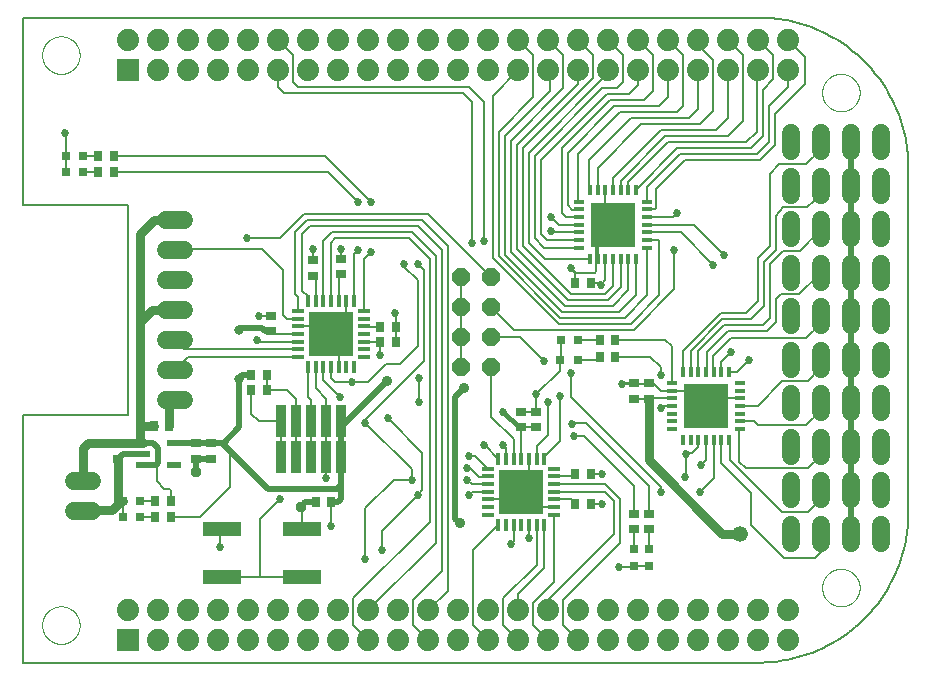
<source format=gtl>
G75*
%MOIN*%
%OFA0B0*%
%FSLAX25Y25*%
%IPPOS*%
%LPD*%
%AMOC8*
5,1,8,0,0,1.08239X$1,22.5*
%
%ADD10C,0.00800*%
%ADD11C,0.05937*%
%ADD12R,0.03543X0.02756*%
%ADD13R,0.02756X0.03543*%
%ADD14R,0.03150X0.03150*%
%ADD15R,0.01400X0.04000*%
%ADD16R,0.04000X0.01400*%
%ADD17R,0.14600X0.14600*%
%ADD18R,0.03500X0.10500*%
%ADD19R,0.04724X0.02165*%
%ADD20C,0.00000*%
%ADD21R,0.07400X0.07400*%
%ADD22C,0.07400*%
%ADD23R,0.01700X0.03200*%
%ADD24R,0.03200X0.01700*%
%ADD25C,0.06000*%
%ADD26OC8,0.06000*%
%ADD27R,0.12598X0.04724*%
%ADD28C,0.02700*%
%ADD29C,0.02000*%
%ADD30C,0.03750*%
%ADD31C,0.03000*%
%ADD32C,0.05250*%
%ADD33C,0.03300*%
%ADD34C,0.03600*%
%ADD35C,0.01600*%
D10*
X0055400Y0026400D02*
X0300400Y0026400D01*
X0263900Y0058447D02*
X0258900Y0058447D01*
X0258853Y0058400D01*
X0253900Y0058400D01*
X0258900Y0064353D02*
X0258900Y0070841D01*
X0254400Y0066400D02*
X0235400Y0047400D01*
X0235400Y0038900D01*
X0240400Y0033900D01*
X0230400Y0033900D02*
X0225400Y0038900D01*
X0225400Y0046400D01*
X0232400Y0053400D01*
X0232400Y0075700D01*
X0232400Y0078300D02*
X0226800Y0078300D01*
X0226400Y0077900D01*
X0226500Y0072400D02*
X0226500Y0059000D01*
X0215400Y0047900D01*
X0215400Y0038900D01*
X0220400Y0033900D01*
X0210400Y0033900D02*
X0205400Y0038900D01*
X0205400Y0064100D01*
X0213700Y0072400D01*
X0218800Y0072400D02*
X0218800Y0066800D01*
X0217900Y0065900D01*
X0223900Y0067900D02*
X0223900Y0072300D01*
X0224000Y0072400D01*
X0229100Y0072400D02*
X0229100Y0058100D01*
X0220400Y0049400D01*
X0220400Y0043900D01*
X0229900Y0044400D02*
X0230400Y0043900D01*
X0229900Y0044400D02*
X0229900Y0046900D01*
X0252400Y0069400D01*
X0252400Y0080400D01*
X0249400Y0083400D01*
X0232400Y0083400D01*
X0232400Y0080800D02*
X0237941Y0080800D01*
X0239341Y0079400D01*
X0244459Y0079400D02*
X0248400Y0079400D01*
X0254400Y0080900D02*
X0249300Y0086000D01*
X0232400Y0086000D01*
X0232400Y0088500D02*
X0238441Y0088500D01*
X0239341Y0089400D01*
X0239741Y0088500D01*
X0244459Y0089400D02*
X0248400Y0089400D01*
X0258900Y0085400D02*
X0242400Y0101900D01*
X0238900Y0101900D01*
X0234400Y0100400D02*
X0234400Y0115400D01*
X0237900Y0114900D02*
X0237900Y0122900D01*
X0234197Y0123697D02*
X0234197Y0127150D01*
X0234447Y0127400D01*
X0234447Y0133900D01*
X0240353Y0133900D02*
X0247591Y0133900D01*
X0252709Y0133900D02*
X0269400Y0133900D01*
X0271500Y0131800D01*
X0271500Y0119600D01*
X0271500Y0117000D02*
X0271400Y0116900D01*
X0267900Y0116900D01*
X0265341Y0119459D01*
X0263900Y0119459D01*
X0264341Y0119400D01*
X0254900Y0119400D01*
X0254959Y0119459D01*
X0258900Y0119459D01*
X0258900Y0114341D02*
X0263900Y0114341D01*
X0264559Y0114500D01*
X0271500Y0114500D01*
X0271500Y0117000D02*
X0277800Y0117000D01*
X0277400Y0117400D01*
X0277800Y0117000D02*
X0282900Y0111900D01*
X0285500Y0114500D01*
X0294300Y0114500D01*
X0294300Y0111900D02*
X0300150Y0111900D01*
X0308400Y0120150D01*
X0316900Y0120150D01*
X0321400Y0124900D01*
X0321400Y0127400D01*
X0316400Y0134650D02*
X0291400Y0134650D01*
X0285400Y0128650D01*
X0285400Y0123400D01*
X0285500Y0123300D01*
X0283400Y0123800D02*
X0283400Y0129900D01*
X0290400Y0136900D01*
X0303400Y0136900D01*
X0306400Y0139900D01*
X0306400Y0147650D01*
X0307900Y0149150D01*
X0313900Y0149150D01*
X0321400Y0156400D01*
X0314150Y0163650D02*
X0321400Y0170900D01*
X0314150Y0163650D02*
X0308650Y0163650D01*
X0304400Y0159400D01*
X0304400Y0141400D01*
X0301900Y0138900D01*
X0288900Y0138900D01*
X0280300Y0130300D01*
X0280300Y0123300D01*
X0277800Y0123300D02*
X0277800Y0130300D01*
X0288400Y0140900D01*
X0297900Y0140900D01*
X0302400Y0145400D01*
X0302400Y0159900D01*
X0306400Y0163900D01*
X0306400Y0175400D01*
X0308650Y0178150D01*
X0316650Y0178150D01*
X0321400Y0182400D01*
X0321400Y0185400D01*
X0316400Y0192650D02*
X0307400Y0192650D01*
X0304400Y0189400D01*
X0304400Y0165400D01*
X0300400Y0161400D01*
X0300400Y0146900D01*
X0296400Y0142900D01*
X0287900Y0142900D01*
X0275200Y0130200D01*
X0275200Y0123300D01*
X0267900Y0122400D02*
X0267900Y0124900D01*
X0264400Y0128400D01*
X0252959Y0128400D01*
X0252709Y0128150D01*
X0247591Y0128150D02*
X0246591Y0127150D01*
X0240103Y0127150D01*
X0234197Y0123697D02*
X0226400Y0115900D01*
X0226400Y0109959D01*
X0221400Y0109959D01*
X0221400Y0104841D02*
X0221400Y0094400D01*
X0218900Y0094500D02*
X0218800Y0094400D01*
X0218900Y0094500D02*
X0218900Y0100900D01*
X0211400Y0108400D01*
X0211400Y0124900D01*
X0201400Y0124900D02*
X0201400Y0134900D01*
X0201400Y0144900D01*
X0201400Y0154900D01*
X0211400Y0154900D02*
X0190400Y0175900D01*
X0148900Y0175900D01*
X0140900Y0167900D01*
X0129900Y0167900D01*
X0134900Y0164400D02*
X0106400Y0164400D01*
X0105900Y0163900D01*
X0090400Y0178900D02*
X0090400Y0108900D01*
X0055400Y0108900D01*
X0055400Y0026400D01*
X0121514Y0055026D02*
X0148286Y0055026D01*
X0134774Y0055026D01*
X0134400Y0055400D01*
X0134400Y0074400D01*
X0140900Y0080900D01*
X0147900Y0078400D02*
X0148286Y0078014D01*
X0148286Y0070774D01*
X0157900Y0071900D02*
X0157900Y0079841D01*
X0157959Y0079900D01*
X0156400Y0087900D02*
X0156400Y0094900D01*
X0156400Y0106900D01*
X0156400Y0114400D01*
X0152800Y0118000D01*
X0152800Y0124900D01*
X0155300Y0124900D02*
X0155300Y0120500D01*
X0160900Y0114900D01*
X0159400Y0119900D02*
X0164900Y0119900D01*
X0170400Y0119900D01*
X0176400Y0125900D01*
X0180900Y0125900D01*
X0186900Y0131900D01*
X0186900Y0153900D01*
X0182400Y0158400D01*
X0182400Y0159400D01*
X0186900Y0159400D02*
X0188900Y0157400D01*
X0188900Y0126900D01*
X0169400Y0107400D01*
X0169400Y0106400D01*
X0184900Y0090900D01*
X0184900Y0087400D01*
X0178900Y0087400D01*
X0169400Y0077900D01*
X0169400Y0060900D01*
X0174900Y0063900D02*
X0174900Y0070400D01*
X0186900Y0082400D01*
X0188400Y0083900D01*
X0188400Y0096400D01*
X0176900Y0107900D01*
X0187400Y0113400D02*
X0187400Y0121400D01*
X0174400Y0128900D02*
X0174341Y0128959D01*
X0174341Y0133400D01*
X0169000Y0133400D01*
X0168900Y0133300D01*
X0163400Y0130400D02*
X0160900Y0130400D01*
X0160500Y0130000D01*
X0160500Y0124900D01*
X0157900Y0124900D02*
X0157900Y0121400D01*
X0159400Y0119900D01*
X0151400Y0113900D02*
X0151400Y0106900D01*
X0151400Y0094900D01*
X0151400Y0091400D01*
X0146400Y0094900D02*
X0146400Y0106900D01*
X0146400Y0114400D01*
X0143400Y0117400D01*
X0136459Y0117400D01*
X0136459Y0122400D01*
X0131400Y0117341D02*
X0131341Y0117400D01*
X0131400Y0117341D02*
X0131400Y0109400D01*
X0133900Y0106900D01*
X0141400Y0106900D01*
X0141400Y0094900D01*
X0124400Y0096900D02*
X0124400Y0084900D01*
X0114400Y0074900D01*
X0104459Y0074900D01*
X0099341Y0074900D02*
X0094353Y0074900D01*
X0094353Y0080400D02*
X0099341Y0080400D01*
X0104459Y0080400D02*
X0104459Y0083841D01*
X0103900Y0084400D01*
X0102400Y0084400D01*
X0099900Y0086900D01*
X0099900Y0091920D01*
X0099660Y0092160D01*
X0088447Y0080400D02*
X0088447Y0074900D01*
X0120900Y0070160D02*
X0120900Y0064900D01*
X0120900Y0070160D02*
X0121514Y0070774D01*
X0124400Y0096900D02*
X0123900Y0097400D01*
X0150200Y0115100D02*
X0151400Y0113900D01*
X0150200Y0115100D02*
X0150200Y0124900D01*
X0146900Y0128200D02*
X0110200Y0128200D01*
X0105900Y0123900D01*
X0109000Y0130800D02*
X0105900Y0133900D01*
X0109000Y0130800D02*
X0146900Y0130800D01*
X0146900Y0133300D02*
X0134000Y0133300D01*
X0133400Y0133900D01*
X0137900Y0136841D02*
X0138841Y0135900D01*
X0146900Y0135900D01*
X0146900Y0138500D02*
X0152800Y0138500D01*
X0152400Y0138900D01*
X0152400Y0141400D01*
X0152800Y0138500D02*
X0152900Y0138400D01*
X0157900Y0135900D02*
X0152900Y0130900D01*
X0146900Y0141000D02*
X0143300Y0141000D01*
X0141900Y0142400D01*
X0141900Y0157400D01*
X0134900Y0164400D01*
X0145900Y0169900D02*
X0149900Y0173900D01*
X0188400Y0173900D01*
X0196900Y0165400D01*
X0196900Y0050400D01*
X0190400Y0043900D01*
X0185400Y0047400D02*
X0185400Y0038900D01*
X0190400Y0033900D01*
X0185400Y0047400D02*
X0194900Y0056900D01*
X0194900Y0163900D01*
X0186900Y0171900D01*
X0150900Y0171900D01*
X0148400Y0169400D01*
X0148400Y0150400D01*
X0150200Y0148600D01*
X0150200Y0146900D01*
X0152800Y0146900D02*
X0152800Y0154441D01*
X0151900Y0155341D01*
X0151900Y0160459D02*
X0151900Y0164400D01*
X0155300Y0166800D02*
X0158400Y0169900D01*
X0184900Y0169900D01*
X0192900Y0161900D01*
X0192900Y0066400D01*
X0170400Y0043900D01*
X0165400Y0047900D02*
X0165400Y0038900D01*
X0170400Y0033900D01*
X0165400Y0047900D02*
X0190900Y0073400D01*
X0190900Y0160900D01*
X0183900Y0167900D01*
X0159400Y0167900D01*
X0157900Y0166400D01*
X0157900Y0146900D01*
X0155300Y0146900D02*
X0155300Y0166800D01*
X0161400Y0164400D02*
X0161400Y0160959D01*
X0165600Y0162600D02*
X0166900Y0163900D01*
X0165600Y0162600D02*
X0165600Y0146900D01*
X0163000Y0146900D02*
X0163000Y0141800D01*
X0163400Y0141400D01*
X0168900Y0143600D02*
X0168900Y0160900D01*
X0171400Y0163400D01*
X0161400Y0155841D02*
X0160500Y0154941D01*
X0160500Y0146900D01*
X0168900Y0138500D02*
X0169000Y0138400D01*
X0174341Y0138400D01*
X0179459Y0138400D02*
X0179459Y0142841D01*
X0179400Y0142900D01*
X0179459Y0138400D02*
X0179459Y0133400D01*
X0211400Y0134900D02*
X0220900Y0134900D01*
X0228900Y0126900D01*
X0218900Y0137400D02*
X0211400Y0144900D01*
X0218900Y0137400D02*
X0258900Y0137400D01*
X0272400Y0150900D01*
X0272400Y0163900D01*
X0267400Y0166900D02*
X0267400Y0148900D01*
X0257900Y0139400D01*
X0233900Y0139400D01*
X0211900Y0161400D01*
X0211900Y0215400D01*
X0220400Y0223900D01*
X0225400Y0228900D02*
X0220400Y0233900D01*
X0225400Y0228900D02*
X0225400Y0214900D01*
X0213900Y0203400D01*
X0213900Y0161900D01*
X0234400Y0141400D01*
X0255900Y0141400D01*
X0263300Y0148800D01*
X0263300Y0164700D01*
X0263300Y0167300D02*
X0267000Y0167300D01*
X0267400Y0166900D01*
X0263300Y0169800D02*
X0274500Y0169800D01*
X0285400Y0158900D01*
X0288900Y0162400D02*
X0278900Y0172400D01*
X0263300Y0172400D01*
X0263300Y0175000D02*
X0272000Y0175000D01*
X0273400Y0176400D01*
X0266400Y0177900D02*
X0266400Y0184400D01*
X0275900Y0193900D01*
X0300900Y0193900D01*
X0305900Y0198900D01*
X0305900Y0209400D01*
X0315900Y0219400D01*
X0315900Y0228400D01*
X0310400Y0233900D01*
X0305400Y0228900D02*
X0305400Y0220900D01*
X0301900Y0217400D01*
X0301900Y0201900D01*
X0297900Y0197900D01*
X0273400Y0197900D01*
X0259600Y0184100D01*
X0259600Y0183800D01*
X0257000Y0183800D02*
X0257000Y0186500D01*
X0270400Y0199900D01*
X0296400Y0199900D01*
X0299900Y0203400D01*
X0299900Y0223400D01*
X0300400Y0223900D01*
X0295400Y0228900D02*
X0295400Y0206900D01*
X0290400Y0201900D01*
X0269400Y0201900D01*
X0254500Y0187000D01*
X0254500Y0183800D01*
X0251900Y0183800D02*
X0251900Y0187900D01*
X0267900Y0203900D01*
X0286400Y0203900D01*
X0290400Y0207900D01*
X0290400Y0223900D01*
X0285400Y0227400D02*
X0285400Y0210400D01*
X0280900Y0205900D01*
X0261400Y0205900D01*
X0246900Y0191400D01*
X0246900Y0183900D01*
X0246800Y0183800D01*
X0249300Y0183800D02*
X0249300Y0177800D01*
X0248900Y0177400D01*
X0246900Y0177400D01*
X0246400Y0177900D01*
X0240500Y0177500D02*
X0240400Y0177400D01*
X0238400Y0177400D01*
X0236900Y0178900D01*
X0236900Y0196400D01*
X0252400Y0211900D01*
X0267400Y0211900D01*
X0270400Y0214900D01*
X0270400Y0223900D01*
X0265400Y0228900D02*
X0265400Y0216900D01*
X0262400Y0213900D01*
X0250900Y0213900D01*
X0234900Y0197900D01*
X0234900Y0176400D01*
X0236400Y0174900D01*
X0240400Y0174900D01*
X0240500Y0175000D01*
X0240500Y0172400D02*
X0233900Y0172400D01*
X0231400Y0174900D01*
X0231400Y0170400D02*
X0232000Y0169800D01*
X0240500Y0169800D01*
X0240400Y0167400D02*
X0229900Y0167400D01*
X0227900Y0169400D01*
X0227900Y0193900D01*
X0249900Y0215900D01*
X0257400Y0215900D01*
X0260400Y0218900D01*
X0260400Y0223900D01*
X0255400Y0219900D02*
X0253400Y0217900D01*
X0248400Y0217900D01*
X0225900Y0195400D01*
X0225900Y0167900D01*
X0229100Y0164700D01*
X0240500Y0164700D01*
X0240500Y0167300D02*
X0240400Y0167400D01*
X0246400Y0166900D02*
X0246800Y0166500D01*
X0246800Y0161000D01*
X0246400Y0161400D01*
X0244200Y0161000D02*
X0229300Y0161000D01*
X0223900Y0166400D01*
X0223900Y0196400D01*
X0250400Y0222900D01*
X0250400Y0223900D01*
X0245400Y0221400D02*
X0245400Y0228900D01*
X0240400Y0233900D01*
X0235400Y0228900D02*
X0230400Y0233900D01*
X0235400Y0228900D02*
X0235400Y0217900D01*
X0217900Y0200400D01*
X0217900Y0163400D01*
X0235900Y0145400D01*
X0251900Y0145400D01*
X0257000Y0150500D01*
X0257000Y0161000D01*
X0254500Y0161000D02*
X0254500Y0151500D01*
X0250400Y0147400D01*
X0236900Y0147400D01*
X0219900Y0164400D01*
X0219900Y0164900D01*
X0219900Y0166400D01*
X0219900Y0198900D01*
X0240400Y0219400D01*
X0240400Y0223900D01*
X0245400Y0221400D02*
X0221900Y0197900D01*
X0221900Y0165400D01*
X0237900Y0149400D01*
X0249400Y0149400D01*
X0251900Y0151900D01*
X0251900Y0161000D01*
X0249300Y0161000D02*
X0249300Y0153800D01*
X0247900Y0152400D01*
X0247400Y0152900D01*
X0244459Y0152900D01*
X0247900Y0152400D02*
X0247959Y0152459D01*
X0245900Y0156400D02*
X0239400Y0156400D01*
X0237900Y0157900D01*
X0239341Y0156459D01*
X0239341Y0152900D01*
X0245900Y0156400D02*
X0246400Y0156900D01*
X0246400Y0166900D01*
X0251900Y0172400D01*
X0240500Y0180100D02*
X0240400Y0180200D01*
X0240400Y0195900D01*
X0254400Y0209900D01*
X0273400Y0209900D01*
X0275400Y0211900D01*
X0275400Y0228900D01*
X0270400Y0233900D01*
X0265400Y0228900D02*
X0260400Y0233900D01*
X0255400Y0228900D02*
X0250400Y0233900D01*
X0255400Y0228900D02*
X0255400Y0219900D01*
X0257900Y0207900D02*
X0243900Y0193900D01*
X0243900Y0184100D01*
X0244200Y0183800D01*
X0263300Y0184800D02*
X0263300Y0180100D01*
X0263300Y0177500D02*
X0266000Y0177500D01*
X0266400Y0177900D01*
X0263300Y0184800D02*
X0274400Y0195900D01*
X0299900Y0195900D01*
X0303900Y0199900D01*
X0303900Y0211900D01*
X0310400Y0218400D01*
X0310400Y0223900D01*
X0305400Y0228900D02*
X0300400Y0233900D01*
X0295400Y0228900D02*
X0290400Y0233900D01*
X0285400Y0227400D02*
X0280400Y0232400D01*
X0280400Y0233900D01*
X0280400Y0223900D02*
X0280400Y0210900D01*
X0277400Y0207900D01*
X0257900Y0207900D01*
X0230900Y0216900D02*
X0230900Y0223400D01*
X0230400Y0223900D01*
X0230900Y0216900D02*
X0215900Y0201900D01*
X0215900Y0162400D01*
X0234900Y0143400D01*
X0253900Y0143400D01*
X0259600Y0149100D01*
X0259600Y0161000D01*
X0300400Y0241400D02*
X0301608Y0241385D01*
X0302816Y0241342D01*
X0304022Y0241269D01*
X0305226Y0241167D01*
X0306427Y0241035D01*
X0307624Y0240875D01*
X0308818Y0240686D01*
X0310006Y0240469D01*
X0311189Y0240222D01*
X0312366Y0239947D01*
X0313535Y0239644D01*
X0314697Y0239312D01*
X0315851Y0238953D01*
X0316995Y0238566D01*
X0318130Y0238151D01*
X0319255Y0237709D01*
X0320368Y0237240D01*
X0321470Y0236744D01*
X0322560Y0236221D01*
X0323636Y0235673D01*
X0324699Y0235098D01*
X0325748Y0234498D01*
X0326782Y0233873D01*
X0327801Y0233224D01*
X0328803Y0232549D01*
X0329789Y0231851D01*
X0330758Y0231129D01*
X0331709Y0230384D01*
X0332642Y0229616D01*
X0333556Y0228826D01*
X0334451Y0228013D01*
X0335326Y0227180D01*
X0336180Y0226326D01*
X0337013Y0225451D01*
X0337826Y0224556D01*
X0338616Y0223642D01*
X0339384Y0222709D01*
X0340129Y0221758D01*
X0340851Y0220789D01*
X0341549Y0219803D01*
X0342224Y0218801D01*
X0342873Y0217782D01*
X0343498Y0216748D01*
X0344098Y0215699D01*
X0344673Y0214636D01*
X0345221Y0213560D01*
X0345744Y0212470D01*
X0346240Y0211368D01*
X0346709Y0210255D01*
X0347151Y0209130D01*
X0347566Y0207995D01*
X0347953Y0206851D01*
X0348312Y0205697D01*
X0348644Y0204535D01*
X0348947Y0203366D01*
X0349222Y0202189D01*
X0349469Y0201006D01*
X0349686Y0199818D01*
X0349875Y0198624D01*
X0350035Y0197427D01*
X0350167Y0196226D01*
X0350269Y0195022D01*
X0350342Y0193816D01*
X0350385Y0192608D01*
X0350400Y0191400D01*
X0350400Y0076400D01*
X0321400Y0080900D02*
X0316900Y0076650D01*
X0308400Y0076650D01*
X0290900Y0093900D01*
X0290900Y0100200D01*
X0290600Y0100500D01*
X0288000Y0100500D02*
X0288000Y0092800D01*
X0297900Y0082900D01*
X0297900Y0072400D01*
X0308900Y0061400D01*
X0319400Y0061400D01*
X0321400Y0063400D01*
X0321400Y0069400D01*
X0321400Y0080900D02*
X0321400Y0083900D01*
X0316900Y0091150D02*
X0296400Y0091150D01*
X0293900Y0093400D01*
X0293900Y0103800D01*
X0294300Y0104200D01*
X0294600Y0103900D01*
X0294300Y0106800D02*
X0294400Y0106900D01*
X0298900Y0106900D01*
X0300400Y0105650D01*
X0316400Y0105650D01*
X0321400Y0110400D01*
X0321400Y0112900D01*
X0321400Y0098400D02*
X0321400Y0095400D01*
X0316900Y0091150D01*
X0350400Y0076400D02*
X0350385Y0075192D01*
X0350342Y0073984D01*
X0350269Y0072778D01*
X0350167Y0071574D01*
X0350035Y0070373D01*
X0349875Y0069176D01*
X0349686Y0067982D01*
X0349469Y0066794D01*
X0349222Y0065611D01*
X0348947Y0064434D01*
X0348644Y0063265D01*
X0348312Y0062103D01*
X0347953Y0060949D01*
X0347566Y0059805D01*
X0347151Y0058670D01*
X0346709Y0057545D01*
X0346240Y0056432D01*
X0345744Y0055330D01*
X0345221Y0054240D01*
X0344673Y0053164D01*
X0344098Y0052101D01*
X0343498Y0051052D01*
X0342873Y0050018D01*
X0342224Y0048999D01*
X0341549Y0047997D01*
X0340851Y0047011D01*
X0340129Y0046042D01*
X0339384Y0045091D01*
X0338616Y0044158D01*
X0337826Y0043244D01*
X0337013Y0042349D01*
X0336180Y0041474D01*
X0335326Y0040620D01*
X0334451Y0039787D01*
X0333556Y0038974D01*
X0332642Y0038184D01*
X0331709Y0037416D01*
X0330758Y0036671D01*
X0329789Y0035949D01*
X0328803Y0035251D01*
X0327801Y0034576D01*
X0326782Y0033927D01*
X0325748Y0033302D01*
X0324699Y0032702D01*
X0323636Y0032127D01*
X0322560Y0031579D01*
X0321470Y0031056D01*
X0320368Y0030560D01*
X0319255Y0030091D01*
X0318130Y0029649D01*
X0316995Y0029234D01*
X0315851Y0028847D01*
X0314697Y0028488D01*
X0313535Y0028156D01*
X0312366Y0027853D01*
X0311189Y0027578D01*
X0310006Y0027331D01*
X0308818Y0027114D01*
X0307624Y0026925D01*
X0306427Y0026765D01*
X0305226Y0026633D01*
X0304022Y0026531D01*
X0302816Y0026458D01*
X0301608Y0026415D01*
X0300400Y0026400D01*
X0263900Y0064353D02*
X0263900Y0070841D01*
X0263900Y0075959D02*
X0263900Y0085400D01*
X0242900Y0106400D01*
X0238900Y0106400D01*
X0238400Y0105900D01*
X0234400Y0100400D02*
X0229100Y0095100D01*
X0229100Y0094400D01*
X0226500Y0094400D02*
X0226500Y0098500D01*
X0230400Y0102400D01*
X0230400Y0113400D01*
X0237900Y0114900D02*
X0267900Y0084900D01*
X0267900Y0083400D01*
X0275900Y0088400D02*
X0276400Y0088900D01*
X0276400Y0095900D01*
X0276900Y0096400D01*
X0278400Y0096400D01*
X0280300Y0098300D01*
X0280300Y0100500D01*
X0282900Y0100500D02*
X0282900Y0093900D01*
X0281400Y0092400D01*
X0285500Y0088000D02*
X0280900Y0083400D01*
X0285500Y0088000D02*
X0285500Y0100500D01*
X0287900Y0100400D02*
X0288000Y0100500D01*
X0271500Y0111900D02*
X0267900Y0111900D01*
X0267900Y0111400D01*
X0282900Y0123300D02*
X0283400Y0123800D01*
X0288000Y0123300D02*
X0288000Y0126500D01*
X0291400Y0129900D01*
X0297400Y0127400D02*
X0293300Y0123300D01*
X0290600Y0123300D01*
X0316400Y0134650D02*
X0321400Y0139400D01*
X0321400Y0141900D01*
X0316400Y0192650D02*
X0321400Y0197400D01*
X0321400Y0199900D01*
X0300400Y0241400D02*
X0055400Y0241400D01*
X0055400Y0178900D01*
X0090400Y0178900D01*
X0085459Y0189900D02*
X0156900Y0189900D01*
X0166900Y0179900D01*
X0171400Y0179900D02*
X0155900Y0195400D01*
X0085459Y0195400D01*
X0080341Y0195400D02*
X0075353Y0195400D01*
X0069447Y0195400D02*
X0069447Y0200447D01*
X0069400Y0202900D01*
X0069447Y0195400D02*
X0069447Y0189900D01*
X0075353Y0189900D02*
X0080341Y0189900D01*
X0140400Y0218400D02*
X0140400Y0223900D01*
X0140400Y0218400D02*
X0142400Y0216400D01*
X0201900Y0216400D01*
X0204900Y0213400D01*
X0204900Y0166400D01*
X0208900Y0166900D02*
X0208900Y0213400D01*
X0203900Y0218400D01*
X0146900Y0218400D01*
X0145400Y0219900D01*
X0145400Y0228900D01*
X0140400Y0233900D01*
X0145900Y0169900D02*
X0145900Y0149400D01*
X0146900Y0148400D01*
X0146900Y0143600D01*
X0137900Y0141959D02*
X0133959Y0141959D01*
X0133900Y0141900D01*
X0203900Y0095400D02*
X0206100Y0095400D01*
X0210400Y0091100D01*
X0210200Y0090900D01*
X0210400Y0088500D02*
X0210300Y0088400D01*
X0207400Y0088400D01*
X0204400Y0091400D01*
X0203400Y0091400D01*
X0203400Y0087400D02*
X0204800Y0086000D01*
X0210400Y0086000D01*
X0210400Y0083400D02*
X0204900Y0083400D01*
X0203900Y0082400D01*
X0210400Y0080800D02*
X0216300Y0080800D01*
X0216400Y0080900D01*
X0216400Y0077900D01*
X0221400Y0083400D02*
X0226400Y0088400D01*
X0223900Y0088400D01*
X0224000Y0088500D01*
X0224000Y0094400D01*
X0216300Y0094400D02*
X0216300Y0098000D01*
X0215400Y0098900D01*
X0213700Y0094400D02*
X0209200Y0098900D01*
X0208900Y0098900D01*
X0221400Y0104841D02*
X0226400Y0104841D01*
X0258900Y0085400D02*
X0258900Y0075959D01*
X0254400Y0080900D02*
X0254400Y0066400D01*
D11*
X0108869Y0113900D02*
X0102931Y0113900D01*
X0102931Y0123900D02*
X0108869Y0123900D01*
X0108869Y0133900D02*
X0102931Y0133900D01*
X0102931Y0143900D02*
X0108869Y0143900D01*
X0108869Y0153900D02*
X0102931Y0153900D01*
X0102931Y0163900D02*
X0108869Y0163900D01*
X0108869Y0173900D02*
X0102931Y0173900D01*
D12*
X0137900Y0141959D03*
X0137900Y0136841D03*
X0151900Y0155341D03*
X0151900Y0160459D03*
X0161400Y0160959D03*
X0161400Y0155841D03*
X0221400Y0109959D03*
X0226400Y0109959D03*
X0226400Y0104841D03*
X0221400Y0104841D03*
X0258900Y0114341D03*
X0263900Y0114341D03*
X0263900Y0119459D03*
X0258900Y0119459D03*
X0258900Y0075959D03*
X0263900Y0075959D03*
X0263900Y0070841D03*
X0258900Y0070841D03*
X0117900Y0094341D03*
X0112900Y0094341D03*
X0112900Y0099459D03*
X0117900Y0099459D03*
X0086900Y0099459D03*
X0086900Y0094341D03*
D13*
X0098841Y0105400D03*
X0103959Y0105400D03*
X0131341Y0117400D03*
X0136459Y0117400D03*
X0136459Y0122400D03*
X0131341Y0122400D03*
X0174341Y0133400D03*
X0179459Y0133400D03*
X0179459Y0138400D03*
X0174341Y0138400D03*
X0239341Y0152900D03*
X0244459Y0152900D03*
X0247591Y0133900D03*
X0252709Y0133900D03*
X0252709Y0128150D03*
X0247591Y0128150D03*
X0244459Y0089400D03*
X0239341Y0089400D03*
X0239341Y0079400D03*
X0244459Y0079400D03*
X0157959Y0079900D03*
X0152841Y0079900D03*
X0104459Y0080400D03*
X0099341Y0080400D03*
X0099341Y0074900D03*
X0104459Y0074900D03*
X0085459Y0189900D03*
X0080341Y0189900D03*
X0080341Y0195400D03*
X0085459Y0195400D03*
D14*
X0075353Y0195400D03*
X0069447Y0195400D03*
X0069447Y0189900D03*
X0075353Y0189900D03*
X0088447Y0080400D03*
X0088447Y0074900D03*
X0094353Y0074900D03*
X0094353Y0080400D03*
X0234197Y0127150D03*
X0240103Y0127150D03*
X0240353Y0133900D03*
X0234447Y0133900D03*
X0258900Y0064353D03*
X0263900Y0064353D03*
X0263900Y0058447D03*
X0258900Y0058447D03*
D15*
X0229100Y0072400D03*
X0226500Y0072400D03*
X0224000Y0072400D03*
X0221400Y0072400D03*
X0218800Y0072400D03*
X0216300Y0072400D03*
X0213700Y0072400D03*
X0213700Y0094400D03*
X0216300Y0094400D03*
X0218800Y0094400D03*
X0221400Y0094400D03*
X0224000Y0094400D03*
X0226500Y0094400D03*
X0229100Y0094400D03*
X0165600Y0124900D03*
X0163000Y0124900D03*
X0160500Y0124900D03*
X0157900Y0124900D03*
X0155300Y0124900D03*
X0152800Y0124900D03*
X0150200Y0124900D03*
X0150200Y0146900D03*
X0152800Y0146900D03*
X0155300Y0146900D03*
X0157900Y0146900D03*
X0160500Y0146900D03*
X0163000Y0146900D03*
X0165600Y0146900D03*
D16*
X0168900Y0143600D03*
X0168900Y0141000D03*
X0168900Y0138500D03*
X0168900Y0135900D03*
X0168900Y0133300D03*
X0168900Y0130800D03*
X0168900Y0128200D03*
X0146900Y0128200D03*
X0146900Y0130800D03*
X0146900Y0133300D03*
X0146900Y0135900D03*
X0146900Y0138500D03*
X0146900Y0141000D03*
X0146900Y0143600D03*
X0210400Y0091100D03*
X0210400Y0088500D03*
X0210400Y0086000D03*
X0210400Y0083400D03*
X0210400Y0080800D03*
X0210400Y0078300D03*
X0210400Y0075700D03*
X0232400Y0075700D03*
X0232400Y0078300D03*
X0232400Y0080800D03*
X0232400Y0083400D03*
X0232400Y0086000D03*
X0232400Y0088500D03*
X0232400Y0091100D03*
D17*
X0221400Y0083400D03*
X0282900Y0111900D03*
X0251900Y0172400D03*
X0157900Y0135900D03*
D18*
X0156400Y0106900D03*
X0151400Y0106900D03*
X0146400Y0106900D03*
X0141400Y0106900D03*
X0141400Y0094900D03*
X0146400Y0094900D03*
X0151400Y0094900D03*
X0156400Y0094900D03*
X0161400Y0094900D03*
X0161400Y0106900D03*
D19*
X0105518Y0099640D03*
X0105518Y0092160D03*
X0095282Y0092160D03*
X0095282Y0095900D03*
X0095282Y0099640D03*
D20*
X0061650Y0038900D02*
X0061652Y0039058D01*
X0061658Y0039215D01*
X0061668Y0039373D01*
X0061682Y0039530D01*
X0061700Y0039686D01*
X0061721Y0039843D01*
X0061747Y0039998D01*
X0061777Y0040153D01*
X0061810Y0040307D01*
X0061848Y0040460D01*
X0061889Y0040613D01*
X0061934Y0040764D01*
X0061983Y0040914D01*
X0062036Y0041062D01*
X0062092Y0041210D01*
X0062153Y0041355D01*
X0062216Y0041500D01*
X0062284Y0041642D01*
X0062355Y0041783D01*
X0062429Y0041922D01*
X0062507Y0042059D01*
X0062589Y0042194D01*
X0062673Y0042327D01*
X0062762Y0042458D01*
X0062853Y0042586D01*
X0062948Y0042713D01*
X0063045Y0042836D01*
X0063146Y0042958D01*
X0063250Y0043076D01*
X0063357Y0043192D01*
X0063467Y0043305D01*
X0063579Y0043416D01*
X0063695Y0043523D01*
X0063813Y0043628D01*
X0063933Y0043730D01*
X0064056Y0043828D01*
X0064182Y0043924D01*
X0064310Y0044016D01*
X0064440Y0044105D01*
X0064572Y0044191D01*
X0064707Y0044273D01*
X0064844Y0044352D01*
X0064982Y0044427D01*
X0065122Y0044499D01*
X0065265Y0044567D01*
X0065408Y0044632D01*
X0065554Y0044693D01*
X0065701Y0044750D01*
X0065849Y0044804D01*
X0065999Y0044854D01*
X0066149Y0044900D01*
X0066301Y0044942D01*
X0066454Y0044981D01*
X0066608Y0045015D01*
X0066763Y0045046D01*
X0066918Y0045072D01*
X0067074Y0045095D01*
X0067231Y0045114D01*
X0067388Y0045129D01*
X0067545Y0045140D01*
X0067703Y0045147D01*
X0067861Y0045150D01*
X0068018Y0045149D01*
X0068176Y0045144D01*
X0068333Y0045135D01*
X0068491Y0045122D01*
X0068647Y0045105D01*
X0068804Y0045084D01*
X0068959Y0045060D01*
X0069114Y0045031D01*
X0069269Y0044998D01*
X0069422Y0044962D01*
X0069575Y0044921D01*
X0069726Y0044877D01*
X0069876Y0044829D01*
X0070025Y0044778D01*
X0070173Y0044722D01*
X0070319Y0044663D01*
X0070464Y0044600D01*
X0070607Y0044533D01*
X0070748Y0044463D01*
X0070887Y0044390D01*
X0071025Y0044313D01*
X0071161Y0044232D01*
X0071294Y0044148D01*
X0071425Y0044061D01*
X0071554Y0043970D01*
X0071681Y0043876D01*
X0071806Y0043779D01*
X0071927Y0043679D01*
X0072047Y0043576D01*
X0072163Y0043470D01*
X0072277Y0043361D01*
X0072389Y0043249D01*
X0072497Y0043135D01*
X0072602Y0043017D01*
X0072705Y0042897D01*
X0072804Y0042775D01*
X0072900Y0042650D01*
X0072993Y0042522D01*
X0073083Y0042393D01*
X0073169Y0042261D01*
X0073253Y0042127D01*
X0073332Y0041991D01*
X0073409Y0041853D01*
X0073481Y0041713D01*
X0073550Y0041571D01*
X0073616Y0041428D01*
X0073678Y0041283D01*
X0073736Y0041136D01*
X0073791Y0040988D01*
X0073842Y0040839D01*
X0073889Y0040688D01*
X0073932Y0040537D01*
X0073971Y0040384D01*
X0074007Y0040230D01*
X0074038Y0040076D01*
X0074066Y0039921D01*
X0074090Y0039765D01*
X0074110Y0039608D01*
X0074126Y0039451D01*
X0074138Y0039294D01*
X0074146Y0039137D01*
X0074150Y0038979D01*
X0074150Y0038821D01*
X0074146Y0038663D01*
X0074138Y0038506D01*
X0074126Y0038349D01*
X0074110Y0038192D01*
X0074090Y0038035D01*
X0074066Y0037879D01*
X0074038Y0037724D01*
X0074007Y0037570D01*
X0073971Y0037416D01*
X0073932Y0037263D01*
X0073889Y0037112D01*
X0073842Y0036961D01*
X0073791Y0036812D01*
X0073736Y0036664D01*
X0073678Y0036517D01*
X0073616Y0036372D01*
X0073550Y0036229D01*
X0073481Y0036087D01*
X0073409Y0035947D01*
X0073332Y0035809D01*
X0073253Y0035673D01*
X0073169Y0035539D01*
X0073083Y0035407D01*
X0072993Y0035278D01*
X0072900Y0035150D01*
X0072804Y0035025D01*
X0072705Y0034903D01*
X0072602Y0034783D01*
X0072497Y0034665D01*
X0072389Y0034551D01*
X0072277Y0034439D01*
X0072163Y0034330D01*
X0072047Y0034224D01*
X0071927Y0034121D01*
X0071806Y0034021D01*
X0071681Y0033924D01*
X0071554Y0033830D01*
X0071425Y0033739D01*
X0071294Y0033652D01*
X0071161Y0033568D01*
X0071025Y0033487D01*
X0070887Y0033410D01*
X0070748Y0033337D01*
X0070607Y0033267D01*
X0070464Y0033200D01*
X0070319Y0033137D01*
X0070173Y0033078D01*
X0070025Y0033022D01*
X0069876Y0032971D01*
X0069726Y0032923D01*
X0069575Y0032879D01*
X0069422Y0032838D01*
X0069269Y0032802D01*
X0069114Y0032769D01*
X0068959Y0032740D01*
X0068804Y0032716D01*
X0068647Y0032695D01*
X0068491Y0032678D01*
X0068333Y0032665D01*
X0068176Y0032656D01*
X0068018Y0032651D01*
X0067861Y0032650D01*
X0067703Y0032653D01*
X0067545Y0032660D01*
X0067388Y0032671D01*
X0067231Y0032686D01*
X0067074Y0032705D01*
X0066918Y0032728D01*
X0066763Y0032754D01*
X0066608Y0032785D01*
X0066454Y0032819D01*
X0066301Y0032858D01*
X0066149Y0032900D01*
X0065999Y0032946D01*
X0065849Y0032996D01*
X0065701Y0033050D01*
X0065554Y0033107D01*
X0065408Y0033168D01*
X0065265Y0033233D01*
X0065122Y0033301D01*
X0064982Y0033373D01*
X0064844Y0033448D01*
X0064707Y0033527D01*
X0064572Y0033609D01*
X0064440Y0033695D01*
X0064310Y0033784D01*
X0064182Y0033876D01*
X0064056Y0033972D01*
X0063933Y0034070D01*
X0063813Y0034172D01*
X0063695Y0034277D01*
X0063579Y0034384D01*
X0063467Y0034495D01*
X0063357Y0034608D01*
X0063250Y0034724D01*
X0063146Y0034842D01*
X0063045Y0034964D01*
X0062948Y0035087D01*
X0062853Y0035214D01*
X0062762Y0035342D01*
X0062673Y0035473D01*
X0062589Y0035606D01*
X0062507Y0035741D01*
X0062429Y0035878D01*
X0062355Y0036017D01*
X0062284Y0036158D01*
X0062216Y0036300D01*
X0062153Y0036445D01*
X0062092Y0036590D01*
X0062036Y0036738D01*
X0061983Y0036886D01*
X0061934Y0037036D01*
X0061889Y0037187D01*
X0061848Y0037340D01*
X0061810Y0037493D01*
X0061777Y0037647D01*
X0061747Y0037802D01*
X0061721Y0037957D01*
X0061700Y0038114D01*
X0061682Y0038270D01*
X0061668Y0038427D01*
X0061658Y0038585D01*
X0061652Y0038742D01*
X0061650Y0038900D01*
X0061650Y0228900D02*
X0061652Y0229058D01*
X0061658Y0229215D01*
X0061668Y0229373D01*
X0061682Y0229530D01*
X0061700Y0229686D01*
X0061721Y0229843D01*
X0061747Y0229998D01*
X0061777Y0230153D01*
X0061810Y0230307D01*
X0061848Y0230460D01*
X0061889Y0230613D01*
X0061934Y0230764D01*
X0061983Y0230914D01*
X0062036Y0231062D01*
X0062092Y0231210D01*
X0062153Y0231355D01*
X0062216Y0231500D01*
X0062284Y0231642D01*
X0062355Y0231783D01*
X0062429Y0231922D01*
X0062507Y0232059D01*
X0062589Y0232194D01*
X0062673Y0232327D01*
X0062762Y0232458D01*
X0062853Y0232586D01*
X0062948Y0232713D01*
X0063045Y0232836D01*
X0063146Y0232958D01*
X0063250Y0233076D01*
X0063357Y0233192D01*
X0063467Y0233305D01*
X0063579Y0233416D01*
X0063695Y0233523D01*
X0063813Y0233628D01*
X0063933Y0233730D01*
X0064056Y0233828D01*
X0064182Y0233924D01*
X0064310Y0234016D01*
X0064440Y0234105D01*
X0064572Y0234191D01*
X0064707Y0234273D01*
X0064844Y0234352D01*
X0064982Y0234427D01*
X0065122Y0234499D01*
X0065265Y0234567D01*
X0065408Y0234632D01*
X0065554Y0234693D01*
X0065701Y0234750D01*
X0065849Y0234804D01*
X0065999Y0234854D01*
X0066149Y0234900D01*
X0066301Y0234942D01*
X0066454Y0234981D01*
X0066608Y0235015D01*
X0066763Y0235046D01*
X0066918Y0235072D01*
X0067074Y0235095D01*
X0067231Y0235114D01*
X0067388Y0235129D01*
X0067545Y0235140D01*
X0067703Y0235147D01*
X0067861Y0235150D01*
X0068018Y0235149D01*
X0068176Y0235144D01*
X0068333Y0235135D01*
X0068491Y0235122D01*
X0068647Y0235105D01*
X0068804Y0235084D01*
X0068959Y0235060D01*
X0069114Y0235031D01*
X0069269Y0234998D01*
X0069422Y0234962D01*
X0069575Y0234921D01*
X0069726Y0234877D01*
X0069876Y0234829D01*
X0070025Y0234778D01*
X0070173Y0234722D01*
X0070319Y0234663D01*
X0070464Y0234600D01*
X0070607Y0234533D01*
X0070748Y0234463D01*
X0070887Y0234390D01*
X0071025Y0234313D01*
X0071161Y0234232D01*
X0071294Y0234148D01*
X0071425Y0234061D01*
X0071554Y0233970D01*
X0071681Y0233876D01*
X0071806Y0233779D01*
X0071927Y0233679D01*
X0072047Y0233576D01*
X0072163Y0233470D01*
X0072277Y0233361D01*
X0072389Y0233249D01*
X0072497Y0233135D01*
X0072602Y0233017D01*
X0072705Y0232897D01*
X0072804Y0232775D01*
X0072900Y0232650D01*
X0072993Y0232522D01*
X0073083Y0232393D01*
X0073169Y0232261D01*
X0073253Y0232127D01*
X0073332Y0231991D01*
X0073409Y0231853D01*
X0073481Y0231713D01*
X0073550Y0231571D01*
X0073616Y0231428D01*
X0073678Y0231283D01*
X0073736Y0231136D01*
X0073791Y0230988D01*
X0073842Y0230839D01*
X0073889Y0230688D01*
X0073932Y0230537D01*
X0073971Y0230384D01*
X0074007Y0230230D01*
X0074038Y0230076D01*
X0074066Y0229921D01*
X0074090Y0229765D01*
X0074110Y0229608D01*
X0074126Y0229451D01*
X0074138Y0229294D01*
X0074146Y0229137D01*
X0074150Y0228979D01*
X0074150Y0228821D01*
X0074146Y0228663D01*
X0074138Y0228506D01*
X0074126Y0228349D01*
X0074110Y0228192D01*
X0074090Y0228035D01*
X0074066Y0227879D01*
X0074038Y0227724D01*
X0074007Y0227570D01*
X0073971Y0227416D01*
X0073932Y0227263D01*
X0073889Y0227112D01*
X0073842Y0226961D01*
X0073791Y0226812D01*
X0073736Y0226664D01*
X0073678Y0226517D01*
X0073616Y0226372D01*
X0073550Y0226229D01*
X0073481Y0226087D01*
X0073409Y0225947D01*
X0073332Y0225809D01*
X0073253Y0225673D01*
X0073169Y0225539D01*
X0073083Y0225407D01*
X0072993Y0225278D01*
X0072900Y0225150D01*
X0072804Y0225025D01*
X0072705Y0224903D01*
X0072602Y0224783D01*
X0072497Y0224665D01*
X0072389Y0224551D01*
X0072277Y0224439D01*
X0072163Y0224330D01*
X0072047Y0224224D01*
X0071927Y0224121D01*
X0071806Y0224021D01*
X0071681Y0223924D01*
X0071554Y0223830D01*
X0071425Y0223739D01*
X0071294Y0223652D01*
X0071161Y0223568D01*
X0071025Y0223487D01*
X0070887Y0223410D01*
X0070748Y0223337D01*
X0070607Y0223267D01*
X0070464Y0223200D01*
X0070319Y0223137D01*
X0070173Y0223078D01*
X0070025Y0223022D01*
X0069876Y0222971D01*
X0069726Y0222923D01*
X0069575Y0222879D01*
X0069422Y0222838D01*
X0069269Y0222802D01*
X0069114Y0222769D01*
X0068959Y0222740D01*
X0068804Y0222716D01*
X0068647Y0222695D01*
X0068491Y0222678D01*
X0068333Y0222665D01*
X0068176Y0222656D01*
X0068018Y0222651D01*
X0067861Y0222650D01*
X0067703Y0222653D01*
X0067545Y0222660D01*
X0067388Y0222671D01*
X0067231Y0222686D01*
X0067074Y0222705D01*
X0066918Y0222728D01*
X0066763Y0222754D01*
X0066608Y0222785D01*
X0066454Y0222819D01*
X0066301Y0222858D01*
X0066149Y0222900D01*
X0065999Y0222946D01*
X0065849Y0222996D01*
X0065701Y0223050D01*
X0065554Y0223107D01*
X0065408Y0223168D01*
X0065265Y0223233D01*
X0065122Y0223301D01*
X0064982Y0223373D01*
X0064844Y0223448D01*
X0064707Y0223527D01*
X0064572Y0223609D01*
X0064440Y0223695D01*
X0064310Y0223784D01*
X0064182Y0223876D01*
X0064056Y0223972D01*
X0063933Y0224070D01*
X0063813Y0224172D01*
X0063695Y0224277D01*
X0063579Y0224384D01*
X0063467Y0224495D01*
X0063357Y0224608D01*
X0063250Y0224724D01*
X0063146Y0224842D01*
X0063045Y0224964D01*
X0062948Y0225087D01*
X0062853Y0225214D01*
X0062762Y0225342D01*
X0062673Y0225473D01*
X0062589Y0225606D01*
X0062507Y0225741D01*
X0062429Y0225878D01*
X0062355Y0226017D01*
X0062284Y0226158D01*
X0062216Y0226300D01*
X0062153Y0226445D01*
X0062092Y0226590D01*
X0062036Y0226738D01*
X0061983Y0226886D01*
X0061934Y0227036D01*
X0061889Y0227187D01*
X0061848Y0227340D01*
X0061810Y0227493D01*
X0061777Y0227647D01*
X0061747Y0227802D01*
X0061721Y0227957D01*
X0061700Y0228114D01*
X0061682Y0228270D01*
X0061668Y0228427D01*
X0061658Y0228585D01*
X0061652Y0228742D01*
X0061650Y0228900D01*
X0321650Y0216400D02*
X0321652Y0216558D01*
X0321658Y0216715D01*
X0321668Y0216873D01*
X0321682Y0217030D01*
X0321700Y0217186D01*
X0321721Y0217343D01*
X0321747Y0217498D01*
X0321777Y0217653D01*
X0321810Y0217807D01*
X0321848Y0217960D01*
X0321889Y0218113D01*
X0321934Y0218264D01*
X0321983Y0218414D01*
X0322036Y0218562D01*
X0322092Y0218710D01*
X0322153Y0218855D01*
X0322216Y0219000D01*
X0322284Y0219142D01*
X0322355Y0219283D01*
X0322429Y0219422D01*
X0322507Y0219559D01*
X0322589Y0219694D01*
X0322673Y0219827D01*
X0322762Y0219958D01*
X0322853Y0220086D01*
X0322948Y0220213D01*
X0323045Y0220336D01*
X0323146Y0220458D01*
X0323250Y0220576D01*
X0323357Y0220692D01*
X0323467Y0220805D01*
X0323579Y0220916D01*
X0323695Y0221023D01*
X0323813Y0221128D01*
X0323933Y0221230D01*
X0324056Y0221328D01*
X0324182Y0221424D01*
X0324310Y0221516D01*
X0324440Y0221605D01*
X0324572Y0221691D01*
X0324707Y0221773D01*
X0324844Y0221852D01*
X0324982Y0221927D01*
X0325122Y0221999D01*
X0325265Y0222067D01*
X0325408Y0222132D01*
X0325554Y0222193D01*
X0325701Y0222250D01*
X0325849Y0222304D01*
X0325999Y0222354D01*
X0326149Y0222400D01*
X0326301Y0222442D01*
X0326454Y0222481D01*
X0326608Y0222515D01*
X0326763Y0222546D01*
X0326918Y0222572D01*
X0327074Y0222595D01*
X0327231Y0222614D01*
X0327388Y0222629D01*
X0327545Y0222640D01*
X0327703Y0222647D01*
X0327861Y0222650D01*
X0328018Y0222649D01*
X0328176Y0222644D01*
X0328333Y0222635D01*
X0328491Y0222622D01*
X0328647Y0222605D01*
X0328804Y0222584D01*
X0328959Y0222560D01*
X0329114Y0222531D01*
X0329269Y0222498D01*
X0329422Y0222462D01*
X0329575Y0222421D01*
X0329726Y0222377D01*
X0329876Y0222329D01*
X0330025Y0222278D01*
X0330173Y0222222D01*
X0330319Y0222163D01*
X0330464Y0222100D01*
X0330607Y0222033D01*
X0330748Y0221963D01*
X0330887Y0221890D01*
X0331025Y0221813D01*
X0331161Y0221732D01*
X0331294Y0221648D01*
X0331425Y0221561D01*
X0331554Y0221470D01*
X0331681Y0221376D01*
X0331806Y0221279D01*
X0331927Y0221179D01*
X0332047Y0221076D01*
X0332163Y0220970D01*
X0332277Y0220861D01*
X0332389Y0220749D01*
X0332497Y0220635D01*
X0332602Y0220517D01*
X0332705Y0220397D01*
X0332804Y0220275D01*
X0332900Y0220150D01*
X0332993Y0220022D01*
X0333083Y0219893D01*
X0333169Y0219761D01*
X0333253Y0219627D01*
X0333332Y0219491D01*
X0333409Y0219353D01*
X0333481Y0219213D01*
X0333550Y0219071D01*
X0333616Y0218928D01*
X0333678Y0218783D01*
X0333736Y0218636D01*
X0333791Y0218488D01*
X0333842Y0218339D01*
X0333889Y0218188D01*
X0333932Y0218037D01*
X0333971Y0217884D01*
X0334007Y0217730D01*
X0334038Y0217576D01*
X0334066Y0217421D01*
X0334090Y0217265D01*
X0334110Y0217108D01*
X0334126Y0216951D01*
X0334138Y0216794D01*
X0334146Y0216637D01*
X0334150Y0216479D01*
X0334150Y0216321D01*
X0334146Y0216163D01*
X0334138Y0216006D01*
X0334126Y0215849D01*
X0334110Y0215692D01*
X0334090Y0215535D01*
X0334066Y0215379D01*
X0334038Y0215224D01*
X0334007Y0215070D01*
X0333971Y0214916D01*
X0333932Y0214763D01*
X0333889Y0214612D01*
X0333842Y0214461D01*
X0333791Y0214312D01*
X0333736Y0214164D01*
X0333678Y0214017D01*
X0333616Y0213872D01*
X0333550Y0213729D01*
X0333481Y0213587D01*
X0333409Y0213447D01*
X0333332Y0213309D01*
X0333253Y0213173D01*
X0333169Y0213039D01*
X0333083Y0212907D01*
X0332993Y0212778D01*
X0332900Y0212650D01*
X0332804Y0212525D01*
X0332705Y0212403D01*
X0332602Y0212283D01*
X0332497Y0212165D01*
X0332389Y0212051D01*
X0332277Y0211939D01*
X0332163Y0211830D01*
X0332047Y0211724D01*
X0331927Y0211621D01*
X0331806Y0211521D01*
X0331681Y0211424D01*
X0331554Y0211330D01*
X0331425Y0211239D01*
X0331294Y0211152D01*
X0331161Y0211068D01*
X0331025Y0210987D01*
X0330887Y0210910D01*
X0330748Y0210837D01*
X0330607Y0210767D01*
X0330464Y0210700D01*
X0330319Y0210637D01*
X0330173Y0210578D01*
X0330025Y0210522D01*
X0329876Y0210471D01*
X0329726Y0210423D01*
X0329575Y0210379D01*
X0329422Y0210338D01*
X0329269Y0210302D01*
X0329114Y0210269D01*
X0328959Y0210240D01*
X0328804Y0210216D01*
X0328647Y0210195D01*
X0328491Y0210178D01*
X0328333Y0210165D01*
X0328176Y0210156D01*
X0328018Y0210151D01*
X0327861Y0210150D01*
X0327703Y0210153D01*
X0327545Y0210160D01*
X0327388Y0210171D01*
X0327231Y0210186D01*
X0327074Y0210205D01*
X0326918Y0210228D01*
X0326763Y0210254D01*
X0326608Y0210285D01*
X0326454Y0210319D01*
X0326301Y0210358D01*
X0326149Y0210400D01*
X0325999Y0210446D01*
X0325849Y0210496D01*
X0325701Y0210550D01*
X0325554Y0210607D01*
X0325408Y0210668D01*
X0325265Y0210733D01*
X0325122Y0210801D01*
X0324982Y0210873D01*
X0324844Y0210948D01*
X0324707Y0211027D01*
X0324572Y0211109D01*
X0324440Y0211195D01*
X0324310Y0211284D01*
X0324182Y0211376D01*
X0324056Y0211472D01*
X0323933Y0211570D01*
X0323813Y0211672D01*
X0323695Y0211777D01*
X0323579Y0211884D01*
X0323467Y0211995D01*
X0323357Y0212108D01*
X0323250Y0212224D01*
X0323146Y0212342D01*
X0323045Y0212464D01*
X0322948Y0212587D01*
X0322853Y0212714D01*
X0322762Y0212842D01*
X0322673Y0212973D01*
X0322589Y0213106D01*
X0322507Y0213241D01*
X0322429Y0213378D01*
X0322355Y0213517D01*
X0322284Y0213658D01*
X0322216Y0213800D01*
X0322153Y0213945D01*
X0322092Y0214090D01*
X0322036Y0214238D01*
X0321983Y0214386D01*
X0321934Y0214536D01*
X0321889Y0214687D01*
X0321848Y0214840D01*
X0321810Y0214993D01*
X0321777Y0215147D01*
X0321747Y0215302D01*
X0321721Y0215457D01*
X0321700Y0215614D01*
X0321682Y0215770D01*
X0321668Y0215927D01*
X0321658Y0216085D01*
X0321652Y0216242D01*
X0321650Y0216400D01*
X0321650Y0051400D02*
X0321652Y0051558D01*
X0321658Y0051715D01*
X0321668Y0051873D01*
X0321682Y0052030D01*
X0321700Y0052186D01*
X0321721Y0052343D01*
X0321747Y0052498D01*
X0321777Y0052653D01*
X0321810Y0052807D01*
X0321848Y0052960D01*
X0321889Y0053113D01*
X0321934Y0053264D01*
X0321983Y0053414D01*
X0322036Y0053562D01*
X0322092Y0053710D01*
X0322153Y0053855D01*
X0322216Y0054000D01*
X0322284Y0054142D01*
X0322355Y0054283D01*
X0322429Y0054422D01*
X0322507Y0054559D01*
X0322589Y0054694D01*
X0322673Y0054827D01*
X0322762Y0054958D01*
X0322853Y0055086D01*
X0322948Y0055213D01*
X0323045Y0055336D01*
X0323146Y0055458D01*
X0323250Y0055576D01*
X0323357Y0055692D01*
X0323467Y0055805D01*
X0323579Y0055916D01*
X0323695Y0056023D01*
X0323813Y0056128D01*
X0323933Y0056230D01*
X0324056Y0056328D01*
X0324182Y0056424D01*
X0324310Y0056516D01*
X0324440Y0056605D01*
X0324572Y0056691D01*
X0324707Y0056773D01*
X0324844Y0056852D01*
X0324982Y0056927D01*
X0325122Y0056999D01*
X0325265Y0057067D01*
X0325408Y0057132D01*
X0325554Y0057193D01*
X0325701Y0057250D01*
X0325849Y0057304D01*
X0325999Y0057354D01*
X0326149Y0057400D01*
X0326301Y0057442D01*
X0326454Y0057481D01*
X0326608Y0057515D01*
X0326763Y0057546D01*
X0326918Y0057572D01*
X0327074Y0057595D01*
X0327231Y0057614D01*
X0327388Y0057629D01*
X0327545Y0057640D01*
X0327703Y0057647D01*
X0327861Y0057650D01*
X0328018Y0057649D01*
X0328176Y0057644D01*
X0328333Y0057635D01*
X0328491Y0057622D01*
X0328647Y0057605D01*
X0328804Y0057584D01*
X0328959Y0057560D01*
X0329114Y0057531D01*
X0329269Y0057498D01*
X0329422Y0057462D01*
X0329575Y0057421D01*
X0329726Y0057377D01*
X0329876Y0057329D01*
X0330025Y0057278D01*
X0330173Y0057222D01*
X0330319Y0057163D01*
X0330464Y0057100D01*
X0330607Y0057033D01*
X0330748Y0056963D01*
X0330887Y0056890D01*
X0331025Y0056813D01*
X0331161Y0056732D01*
X0331294Y0056648D01*
X0331425Y0056561D01*
X0331554Y0056470D01*
X0331681Y0056376D01*
X0331806Y0056279D01*
X0331927Y0056179D01*
X0332047Y0056076D01*
X0332163Y0055970D01*
X0332277Y0055861D01*
X0332389Y0055749D01*
X0332497Y0055635D01*
X0332602Y0055517D01*
X0332705Y0055397D01*
X0332804Y0055275D01*
X0332900Y0055150D01*
X0332993Y0055022D01*
X0333083Y0054893D01*
X0333169Y0054761D01*
X0333253Y0054627D01*
X0333332Y0054491D01*
X0333409Y0054353D01*
X0333481Y0054213D01*
X0333550Y0054071D01*
X0333616Y0053928D01*
X0333678Y0053783D01*
X0333736Y0053636D01*
X0333791Y0053488D01*
X0333842Y0053339D01*
X0333889Y0053188D01*
X0333932Y0053037D01*
X0333971Y0052884D01*
X0334007Y0052730D01*
X0334038Y0052576D01*
X0334066Y0052421D01*
X0334090Y0052265D01*
X0334110Y0052108D01*
X0334126Y0051951D01*
X0334138Y0051794D01*
X0334146Y0051637D01*
X0334150Y0051479D01*
X0334150Y0051321D01*
X0334146Y0051163D01*
X0334138Y0051006D01*
X0334126Y0050849D01*
X0334110Y0050692D01*
X0334090Y0050535D01*
X0334066Y0050379D01*
X0334038Y0050224D01*
X0334007Y0050070D01*
X0333971Y0049916D01*
X0333932Y0049763D01*
X0333889Y0049612D01*
X0333842Y0049461D01*
X0333791Y0049312D01*
X0333736Y0049164D01*
X0333678Y0049017D01*
X0333616Y0048872D01*
X0333550Y0048729D01*
X0333481Y0048587D01*
X0333409Y0048447D01*
X0333332Y0048309D01*
X0333253Y0048173D01*
X0333169Y0048039D01*
X0333083Y0047907D01*
X0332993Y0047778D01*
X0332900Y0047650D01*
X0332804Y0047525D01*
X0332705Y0047403D01*
X0332602Y0047283D01*
X0332497Y0047165D01*
X0332389Y0047051D01*
X0332277Y0046939D01*
X0332163Y0046830D01*
X0332047Y0046724D01*
X0331927Y0046621D01*
X0331806Y0046521D01*
X0331681Y0046424D01*
X0331554Y0046330D01*
X0331425Y0046239D01*
X0331294Y0046152D01*
X0331161Y0046068D01*
X0331025Y0045987D01*
X0330887Y0045910D01*
X0330748Y0045837D01*
X0330607Y0045767D01*
X0330464Y0045700D01*
X0330319Y0045637D01*
X0330173Y0045578D01*
X0330025Y0045522D01*
X0329876Y0045471D01*
X0329726Y0045423D01*
X0329575Y0045379D01*
X0329422Y0045338D01*
X0329269Y0045302D01*
X0329114Y0045269D01*
X0328959Y0045240D01*
X0328804Y0045216D01*
X0328647Y0045195D01*
X0328491Y0045178D01*
X0328333Y0045165D01*
X0328176Y0045156D01*
X0328018Y0045151D01*
X0327861Y0045150D01*
X0327703Y0045153D01*
X0327545Y0045160D01*
X0327388Y0045171D01*
X0327231Y0045186D01*
X0327074Y0045205D01*
X0326918Y0045228D01*
X0326763Y0045254D01*
X0326608Y0045285D01*
X0326454Y0045319D01*
X0326301Y0045358D01*
X0326149Y0045400D01*
X0325999Y0045446D01*
X0325849Y0045496D01*
X0325701Y0045550D01*
X0325554Y0045607D01*
X0325408Y0045668D01*
X0325265Y0045733D01*
X0325122Y0045801D01*
X0324982Y0045873D01*
X0324844Y0045948D01*
X0324707Y0046027D01*
X0324572Y0046109D01*
X0324440Y0046195D01*
X0324310Y0046284D01*
X0324182Y0046376D01*
X0324056Y0046472D01*
X0323933Y0046570D01*
X0323813Y0046672D01*
X0323695Y0046777D01*
X0323579Y0046884D01*
X0323467Y0046995D01*
X0323357Y0047108D01*
X0323250Y0047224D01*
X0323146Y0047342D01*
X0323045Y0047464D01*
X0322948Y0047587D01*
X0322853Y0047714D01*
X0322762Y0047842D01*
X0322673Y0047973D01*
X0322589Y0048106D01*
X0322507Y0048241D01*
X0322429Y0048378D01*
X0322355Y0048517D01*
X0322284Y0048658D01*
X0322216Y0048800D01*
X0322153Y0048945D01*
X0322092Y0049090D01*
X0322036Y0049238D01*
X0321983Y0049386D01*
X0321934Y0049536D01*
X0321889Y0049687D01*
X0321848Y0049840D01*
X0321810Y0049993D01*
X0321777Y0050147D01*
X0321747Y0050302D01*
X0321721Y0050457D01*
X0321700Y0050614D01*
X0321682Y0050770D01*
X0321668Y0050927D01*
X0321658Y0051085D01*
X0321652Y0051242D01*
X0321650Y0051400D01*
D21*
X0090400Y0033900D03*
X0090400Y0223900D03*
D22*
X0100400Y0223900D03*
X0110400Y0223900D03*
X0120400Y0223900D03*
X0130400Y0223900D03*
X0140400Y0223900D03*
X0150400Y0223900D03*
X0160400Y0223900D03*
X0170400Y0223900D03*
X0180400Y0223900D03*
X0190400Y0223900D03*
X0200400Y0223900D03*
X0210400Y0223900D03*
X0220400Y0223900D03*
X0230400Y0223900D03*
X0240400Y0223900D03*
X0250400Y0223900D03*
X0260400Y0223900D03*
X0270400Y0223900D03*
X0280400Y0223900D03*
X0290400Y0223900D03*
X0300400Y0223900D03*
X0310400Y0223900D03*
X0310400Y0233900D03*
X0300400Y0233900D03*
X0290400Y0233900D03*
X0280400Y0233900D03*
X0270400Y0233900D03*
X0260400Y0233900D03*
X0250400Y0233900D03*
X0240400Y0233900D03*
X0230400Y0233900D03*
X0220400Y0233900D03*
X0210400Y0233900D03*
X0200400Y0233900D03*
X0190400Y0233900D03*
X0180400Y0233900D03*
X0170400Y0233900D03*
X0160400Y0233900D03*
X0150400Y0233900D03*
X0140400Y0233900D03*
X0130400Y0233900D03*
X0120400Y0233900D03*
X0110400Y0233900D03*
X0100400Y0233900D03*
X0090400Y0233900D03*
X0090400Y0043900D03*
X0100400Y0043900D03*
X0110400Y0043900D03*
X0120400Y0043900D03*
X0130400Y0043900D03*
X0140400Y0043900D03*
X0150400Y0043900D03*
X0160400Y0043900D03*
X0170400Y0043900D03*
X0180400Y0043900D03*
X0190400Y0043900D03*
X0200400Y0043900D03*
X0210400Y0043900D03*
X0220400Y0043900D03*
X0230400Y0043900D03*
X0240400Y0043900D03*
X0250400Y0043900D03*
X0260400Y0043900D03*
X0270400Y0043900D03*
X0280400Y0043900D03*
X0290400Y0043900D03*
X0300400Y0043900D03*
X0310400Y0043900D03*
X0310400Y0033900D03*
X0300400Y0033900D03*
X0290400Y0033900D03*
X0280400Y0033900D03*
X0270400Y0033900D03*
X0260400Y0033900D03*
X0250400Y0033900D03*
X0240400Y0033900D03*
X0230400Y0033900D03*
X0220400Y0033900D03*
X0210400Y0033900D03*
X0200400Y0033900D03*
X0190400Y0033900D03*
X0180400Y0033900D03*
X0170400Y0033900D03*
X0160400Y0033900D03*
X0150400Y0033900D03*
X0140400Y0033900D03*
X0130400Y0033900D03*
X0120400Y0033900D03*
X0110400Y0033900D03*
X0100400Y0033900D03*
D23*
X0275200Y0100500D03*
X0277800Y0100500D03*
X0280300Y0100500D03*
X0282900Y0100500D03*
X0285500Y0100500D03*
X0288000Y0100500D03*
X0290600Y0100500D03*
X0290600Y0123300D03*
X0288000Y0123300D03*
X0285500Y0123300D03*
X0282900Y0123300D03*
X0280300Y0123300D03*
X0277800Y0123300D03*
X0275200Y0123300D03*
X0259600Y0161000D03*
X0257000Y0161000D03*
X0254500Y0161000D03*
X0251900Y0161000D03*
X0249300Y0161000D03*
X0246800Y0161000D03*
X0244200Y0161000D03*
X0244200Y0183800D03*
X0246800Y0183800D03*
X0249300Y0183800D03*
X0251900Y0183800D03*
X0254500Y0183800D03*
X0257000Y0183800D03*
X0259600Y0183800D03*
D24*
X0263300Y0180100D03*
X0263300Y0177500D03*
X0263300Y0175000D03*
X0263300Y0172400D03*
X0263300Y0169800D03*
X0263300Y0167300D03*
X0263300Y0164700D03*
X0240500Y0164700D03*
X0240500Y0167300D03*
X0240500Y0169800D03*
X0240500Y0172400D03*
X0240500Y0175000D03*
X0240500Y0177500D03*
X0240500Y0180100D03*
X0271500Y0119600D03*
X0271500Y0117000D03*
X0271500Y0114500D03*
X0271500Y0111900D03*
X0271500Y0109300D03*
X0271500Y0106800D03*
X0271500Y0104200D03*
X0294300Y0104200D03*
X0294300Y0106800D03*
X0294300Y0109300D03*
X0294300Y0111900D03*
X0294300Y0114500D03*
X0294300Y0117000D03*
X0294300Y0119600D03*
D25*
X0311400Y0115900D02*
X0311400Y0109900D01*
X0321400Y0109900D02*
X0321400Y0115900D01*
X0331400Y0115900D02*
X0331400Y0109900D01*
X0341400Y0109900D02*
X0341400Y0115900D01*
X0341400Y0124400D02*
X0341400Y0130400D01*
X0341400Y0138900D02*
X0341400Y0144900D01*
X0331400Y0144900D02*
X0331400Y0138900D01*
X0321400Y0138900D02*
X0321400Y0144900D01*
X0311400Y0144900D02*
X0311400Y0138900D01*
X0311400Y0130400D02*
X0311400Y0124400D01*
X0321400Y0124400D02*
X0321400Y0130400D01*
X0331400Y0130400D02*
X0331400Y0124400D01*
X0331400Y0101400D02*
X0331400Y0095400D01*
X0321400Y0095400D02*
X0321400Y0101400D01*
X0311400Y0101400D02*
X0311400Y0095400D01*
X0311400Y0086900D02*
X0311400Y0080900D01*
X0311400Y0072400D02*
X0311400Y0066400D01*
X0321400Y0066400D02*
X0321400Y0072400D01*
X0331400Y0072400D02*
X0331400Y0066400D01*
X0341400Y0066400D02*
X0341400Y0072400D01*
X0341400Y0080900D02*
X0341400Y0086900D01*
X0341400Y0095400D02*
X0341400Y0101400D01*
X0331400Y0086900D02*
X0331400Y0080900D01*
X0321400Y0080900D02*
X0321400Y0086900D01*
X0321400Y0153400D02*
X0321400Y0159400D01*
X0331400Y0159400D02*
X0331400Y0153400D01*
X0341400Y0153400D02*
X0341400Y0159400D01*
X0341400Y0167900D02*
X0341400Y0173900D01*
X0341400Y0182400D02*
X0341400Y0188400D01*
X0331400Y0188400D02*
X0331400Y0182400D01*
X0321400Y0182400D02*
X0321400Y0188400D01*
X0311400Y0188400D02*
X0311400Y0182400D01*
X0311400Y0173900D02*
X0311400Y0167900D01*
X0311400Y0159400D02*
X0311400Y0153400D01*
X0321400Y0167900D02*
X0321400Y0173900D01*
X0331400Y0173900D02*
X0331400Y0167900D01*
X0331400Y0196900D02*
X0331400Y0202900D01*
X0321400Y0202900D02*
X0321400Y0196900D01*
X0311400Y0196900D02*
X0311400Y0202900D01*
X0341400Y0202900D02*
X0341400Y0196900D01*
X0078400Y0086900D02*
X0072400Y0086900D01*
X0072400Y0076900D02*
X0078400Y0076900D01*
D26*
X0201400Y0124900D03*
X0211400Y0124900D03*
X0211400Y0134900D03*
X0201400Y0134900D03*
X0201400Y0144900D03*
X0211400Y0144900D03*
X0211400Y0154900D03*
X0201400Y0154900D03*
D27*
X0148286Y0070774D03*
X0148286Y0055026D03*
X0121514Y0055026D03*
X0121514Y0070774D03*
D28*
X0120900Y0064900D03*
X0140900Y0080900D03*
X0151400Y0091400D03*
X0156400Y0087900D03*
X0146400Y0094900D03*
X0141400Y0106900D03*
X0160900Y0114900D03*
X0164900Y0119900D03*
X0174400Y0128900D03*
X0163400Y0130400D03*
X0152900Y0130900D03*
X0152400Y0141400D03*
X0163400Y0141400D03*
X0179400Y0142900D03*
X0182400Y0159400D03*
X0186900Y0159400D03*
X0171400Y0163400D03*
X0166900Y0163900D03*
X0161400Y0164400D03*
X0151900Y0164400D03*
X0166900Y0179900D03*
X0171400Y0179900D03*
X0204900Y0166400D03*
X0208900Y0166900D03*
X0231400Y0170400D03*
X0231400Y0174900D03*
X0246400Y0177900D03*
X0257400Y0178400D03*
X0257400Y0166400D03*
X0246400Y0166900D03*
X0237900Y0157900D03*
X0247900Y0152400D03*
X0272400Y0163900D03*
X0285400Y0158900D03*
X0288900Y0162400D03*
X0273400Y0176400D03*
X0291400Y0129900D03*
X0297400Y0127400D03*
X0288400Y0117400D03*
X0288400Y0106400D03*
X0277400Y0106400D03*
X0267900Y0111400D03*
X0277400Y0117400D03*
X0267900Y0122400D03*
X0254900Y0119400D03*
X0237900Y0122900D03*
X0234400Y0115400D03*
X0230400Y0113400D03*
X0226400Y0115900D03*
X0215400Y0109900D03*
X0215400Y0098900D03*
X0208900Y0098900D03*
X0203900Y0095400D03*
X0203400Y0091400D03*
X0203400Y0087400D03*
X0203900Y0082400D03*
X0215900Y0088400D03*
X0226400Y0088400D03*
X0226400Y0077900D03*
X0216400Y0077900D03*
X0223900Y0067900D03*
X0217900Y0065900D03*
X0248400Y0079400D03*
X0248400Y0089400D03*
X0238900Y0101900D03*
X0238400Y0105900D03*
X0228900Y0126900D03*
X0187400Y0121400D03*
X0187400Y0113400D03*
X0176900Y0107900D03*
X0169400Y0106400D03*
X0184900Y0087400D03*
X0186900Y0082400D03*
X0174900Y0063900D03*
X0169400Y0060900D03*
X0157900Y0071900D03*
X0133400Y0133900D03*
X0133900Y0141900D03*
X0129900Y0167900D03*
X0069400Y0202900D03*
X0267900Y0083400D03*
X0275900Y0088400D03*
X0281400Y0092400D03*
X0276400Y0095900D03*
X0280900Y0083400D03*
X0253900Y0058400D03*
D29*
X0200900Y0072900D02*
X0199400Y0074400D01*
X0199400Y0114900D01*
X0202400Y0117900D01*
X0177241Y0120741D02*
X0176650Y0120150D01*
X0161400Y0104900D01*
X0161400Y0094900D01*
X0161400Y0085900D01*
X0161400Y0080900D01*
X0160400Y0079900D01*
X0157959Y0079900D01*
X0152841Y0079900D02*
X0149400Y0079900D01*
X0147900Y0078400D01*
X0136900Y0084400D02*
X0159900Y0084400D01*
X0161400Y0085900D01*
X0136900Y0084400D02*
X0123900Y0097400D01*
X0121900Y0099400D01*
X0121841Y0099459D01*
X0117900Y0099459D01*
X0112900Y0099459D01*
X0112719Y0099640D01*
X0105518Y0099640D01*
X0100400Y0097900D02*
X0098660Y0099640D01*
X0095282Y0099640D01*
X0092900Y0099640D01*
X0087081Y0099640D02*
X0086900Y0099459D01*
X0088459Y0095900D02*
X0086900Y0094341D01*
X0088459Y0095900D02*
X0095282Y0095900D01*
X0095282Y0092160D02*
X0099660Y0092160D01*
X0100400Y0092900D01*
X0100400Y0097900D01*
X0112900Y0094341D02*
X0112900Y0089900D01*
X0112900Y0094341D02*
X0117900Y0094341D01*
X0121900Y0099400D02*
X0127400Y0104900D01*
X0127400Y0120900D01*
X0127400Y0121400D01*
X0128400Y0122400D01*
X0131341Y0122400D01*
X0135959Y0136841D02*
X0134900Y0137900D01*
X0127900Y0137900D01*
X0127400Y0137400D01*
X0135959Y0136841D02*
X0137900Y0136841D01*
X0161400Y0106900D02*
X0161400Y0104900D01*
X0331400Y0102900D02*
X0331400Y0098400D01*
X0331400Y0112900D01*
X0331400Y0127400D01*
X0331400Y0141900D01*
X0331400Y0156400D01*
X0331400Y0170900D01*
X0331400Y0185400D01*
X0331400Y0199900D01*
X0332400Y0172900D02*
X0331400Y0171900D01*
X0331400Y0170900D01*
X0332400Y0171900D01*
X0332400Y0172900D01*
X0331900Y0103400D02*
X0331400Y0102900D01*
X0331900Y0103400D02*
X0331900Y0098900D01*
X0331400Y0098400D01*
X0331400Y0083900D01*
X0331400Y0069400D01*
D30*
X0147900Y0078400D03*
X0112900Y0089900D03*
D31*
X0095282Y0099640D02*
X0087081Y0099640D01*
X0086900Y0099459D02*
X0076959Y0099459D01*
X0075400Y0097900D01*
X0075400Y0086900D01*
X0075900Y0077400D02*
X0075400Y0076900D01*
X0075900Y0077400D02*
X0084900Y0077400D01*
X0086900Y0079400D01*
X0086900Y0080400D01*
X0088447Y0080400D01*
X0086900Y0080400D02*
X0086900Y0094341D01*
X0094400Y0100522D02*
X0095282Y0099640D01*
X0094400Y0100522D02*
X0094400Y0105400D01*
X0098841Y0105400D01*
X0094400Y0105400D02*
X0094400Y0139900D01*
X0098400Y0143900D01*
X0105900Y0143900D01*
X0094400Y0139900D02*
X0094400Y0169400D01*
X0098900Y0173900D01*
X0105900Y0173900D01*
X0105900Y0113900D02*
X0103959Y0111959D01*
X0103959Y0105400D01*
X0263900Y0114341D02*
X0263900Y0093900D01*
X0288400Y0069400D01*
X0294400Y0069400D01*
D32*
X0294400Y0069400D03*
D33*
X0127400Y0120900D03*
X0127400Y0137400D03*
D34*
X0176650Y0120150D03*
X0202400Y0117900D03*
X0200900Y0072900D03*
D35*
X0220459Y0104841D02*
X0215400Y0109900D01*
X0220459Y0104841D02*
X0221400Y0104841D01*
M02*

</source>
